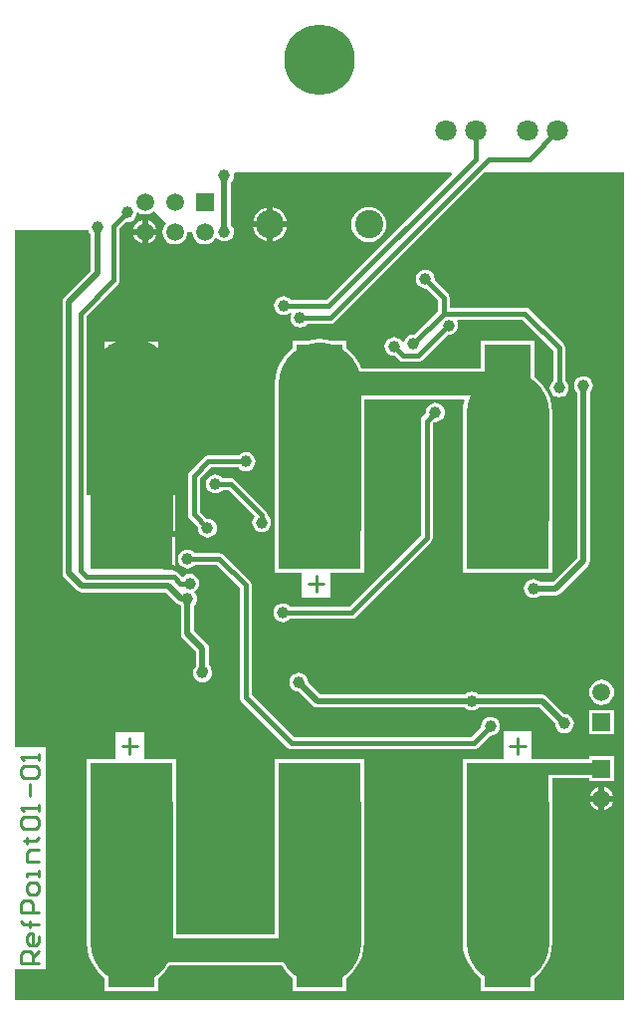
<source format=gtl>
G04 Layer_Physical_Order=1*
G04 Layer_Color=255*
%FSLAX43Y43*%
%MOMM*%
G71*
G01*
G75*
%ADD10R,4.000X6.000*%
%ADD11R,7.000X6.000*%
%ADD12C,0.500*%
%ADD13C,0.400*%
%ADD14C,1.000*%
%ADD15C,7.000*%
%ADD16C,2.000*%
%ADD17C,0.250*%
%ADD18C,0.254*%
%ADD19C,1.500*%
%ADD20R,1.500X1.500*%
%ADD21R,1.500X1.500*%
%ADD22C,2.400*%
%ADD23C,1.800*%
%ADD24C,1.000*%
%ADD25C,6.000*%
G36*
X51881Y119D02*
X119D01*
Y2696D01*
X2704D01*
Y21578D01*
X119D01*
Y65500D01*
X6358D01*
X6401Y65397D01*
X6529Y65229D01*
X6539Y65222D01*
Y62082D01*
X4303Y59847D01*
X4182Y59665D01*
X4139Y59450D01*
Y36400D01*
X4182Y36185D01*
X4303Y36003D01*
X5403Y34903D01*
X5585Y34782D01*
X5800Y34739D01*
X12920D01*
X13856Y33803D01*
X14038Y33682D01*
X14189Y33652D01*
X14207Y33629D01*
X14216Y33622D01*
Y31223D01*
X14259Y31008D01*
X14381Y30826D01*
X15489Y29718D01*
Y28478D01*
X15479Y28471D01*
X15351Y28303D01*
X15271Y28109D01*
X15243Y27900D01*
X15271Y27691D01*
X15351Y27497D01*
X15479Y27329D01*
X15647Y27201D01*
X15841Y27121D01*
X16050Y27093D01*
X16259Y27121D01*
X16453Y27201D01*
X16621Y27329D01*
X16749Y27497D01*
X16829Y27691D01*
X16857Y27900D01*
X16829Y28109D01*
X16790Y28204D01*
X16768Y28315D01*
X16647Y28497D01*
X16611Y28532D01*
Y29950D01*
X16568Y30165D01*
X16447Y30347D01*
X15338Y31455D01*
Y33622D01*
X15348Y33629D01*
X15476Y33797D01*
X15557Y33991D01*
X15584Y34200D01*
X15557Y34409D01*
X15476Y34603D01*
X15414Y34684D01*
X15370Y34792D01*
X15435Y34854D01*
X15533Y34929D01*
X15662Y35097D01*
X15742Y35291D01*
X15770Y35500D01*
X15742Y35709D01*
X15662Y35903D01*
X15533Y36071D01*
X15366Y36199D01*
X15172Y36279D01*
X14963Y36307D01*
X14754Y36279D01*
X14559Y36199D01*
X14392Y36071D01*
X14333Y36067D01*
X13988Y36412D01*
X13822Y36523D01*
X13754Y36537D01*
Y39490D01*
X10000D01*
Y39740D01*
X9750D01*
Y42994D01*
X6246D01*
X6160Y43085D01*
Y58239D01*
X8860Y60940D01*
X8971Y61105D01*
X9010Y61300D01*
Y65664D01*
X9568Y66222D01*
X9644Y66212D01*
X9853Y66239D01*
X10047Y66320D01*
X10215Y66448D01*
X10343Y66615D01*
X10423Y66810D01*
X10445Y66974D01*
X10566Y67041D01*
X10630Y66992D01*
X10886Y66886D01*
X11160Y66850D01*
X11434Y66886D01*
X11690Y66992D01*
X11909Y67160D01*
X12951Y66118D01*
X12783Y65898D01*
X12677Y65643D01*
X12641Y65369D01*
X12677Y65095D01*
X12783Y64839D01*
X12951Y64620D01*
X13170Y64452D01*
X13426Y64346D01*
X13700Y64310D01*
X13974Y64346D01*
X14230Y64452D01*
X14449Y64620D01*
X14617Y64839D01*
X14723Y65095D01*
X14759Y65369D01*
X15181D01*
X15217Y65095D01*
X15323Y64839D01*
X15491Y64620D01*
X15710Y64452D01*
X15966Y64346D01*
X16240Y64310D01*
X16514Y64346D01*
X16770Y64452D01*
X16989Y64620D01*
X17148Y64827D01*
X17219Y64849D01*
X17284Y64858D01*
X17329Y64798D01*
X17497Y64670D01*
X17691Y64589D01*
X17900Y64562D01*
X18109Y64589D01*
X18303Y64670D01*
X18471Y64798D01*
X18599Y64965D01*
X18679Y65160D01*
X18707Y65369D01*
X18679Y65578D01*
X18599Y65772D01*
X18471Y65939D01*
X18461Y65947D01*
Y69581D01*
X18471Y69588D01*
X18599Y69755D01*
X18679Y69950D01*
X18707Y70159D01*
X18692Y70273D01*
X18796Y70400D01*
X37213D01*
X37262Y70283D01*
X26589Y59610D01*
X23567D01*
X23521Y59671D01*
X23353Y59799D01*
X23159Y59879D01*
X22950Y59907D01*
X22741Y59879D01*
X22547Y59799D01*
X22379Y59671D01*
X22251Y59503D01*
X22171Y59309D01*
X22143Y59100D01*
X22171Y58891D01*
X22251Y58697D01*
X22379Y58529D01*
X22547Y58401D01*
X22741Y58321D01*
X22950Y58293D01*
X23159Y58321D01*
X23353Y58401D01*
X23504Y58517D01*
X23545Y58517D01*
X23586Y58471D01*
X23617Y58375D01*
X23571Y58263D01*
X23543Y58054D01*
X23571Y57845D01*
X23651Y57651D01*
X23779Y57483D01*
X23947Y57355D01*
X24141Y57275D01*
X24350Y57247D01*
X24559Y57275D01*
X24753Y57355D01*
X24921Y57483D01*
X24967Y57544D01*
X26919D01*
X27114Y57583D01*
X27279Y57694D01*
X39986Y70400D01*
X51881D01*
Y119D01*
D02*
G37*
%LPC*%
G36*
X48450Y53107D02*
X48241Y53079D01*
X48047Y52999D01*
X47879Y52871D01*
X47751Y52703D01*
X47671Y52509D01*
X47643Y52300D01*
X47671Y52091D01*
X47751Y51897D01*
X47879Y51729D01*
X47889Y51722D01*
Y37632D01*
X45868Y35611D01*
X44778D01*
X44771Y35621D01*
X44603Y35749D01*
X44409Y35829D01*
X44200Y35857D01*
X43991Y35829D01*
X43797Y35749D01*
X43629Y35621D01*
X43501Y35453D01*
X43421Y35259D01*
X43393Y35050D01*
X43421Y34841D01*
X43501Y34647D01*
X43629Y34479D01*
X43797Y34351D01*
X43991Y34271D01*
X44200Y34243D01*
X44409Y34271D01*
X44603Y34351D01*
X44771Y34479D01*
X44778Y34489D01*
X46100D01*
X46315Y34532D01*
X46497Y34653D01*
X48847Y37003D01*
X48968Y37185D01*
X49011Y37400D01*
Y51722D01*
X49021Y51729D01*
X49149Y51897D01*
X49229Y52091D01*
X49257Y52300D01*
X49229Y52509D01*
X49149Y52703D01*
X49021Y52871D01*
X48853Y52999D01*
X48659Y53079D01*
X48450Y53107D01*
D02*
G37*
G36*
X50000Y27299D02*
X49726Y27263D01*
X49470Y27157D01*
X49251Y26989D01*
X49083Y26770D01*
X48977Y26514D01*
X48941Y26240D01*
X48977Y25966D01*
X49083Y25710D01*
X49251Y25491D01*
X49470Y25323D01*
X49726Y25217D01*
X50000Y25181D01*
X50274Y25217D01*
X50530Y25323D01*
X50749Y25491D01*
X50917Y25710D01*
X51023Y25966D01*
X51059Y26240D01*
X51023Y26514D01*
X50917Y26770D01*
X50749Y26989D01*
X50530Y27157D01*
X50274Y27263D01*
X50000Y27299D01*
D02*
G37*
G36*
X24227Y27907D02*
X24018Y27879D01*
X23824Y27799D01*
X23657Y27671D01*
X23528Y27503D01*
X23448Y27309D01*
X23420Y27100D01*
X23448Y26891D01*
X23528Y26697D01*
X23657Y26529D01*
X23824Y26401D01*
X24018Y26321D01*
X24227Y26293D01*
X24239Y26295D01*
X25431Y25103D01*
X25613Y24982D01*
X25827Y24939D01*
X38372D01*
X38379Y24929D01*
X38547Y24801D01*
X38741Y24721D01*
X38950Y24693D01*
X39159Y24721D01*
X39353Y24801D01*
X39521Y24929D01*
X39528Y24939D01*
X44708D01*
X46045Y23602D01*
X46043Y23590D01*
X46071Y23381D01*
X46151Y23187D01*
X46279Y23019D01*
X46447Y22891D01*
X46641Y22811D01*
X46850Y22783D01*
X47059Y22811D01*
X47253Y22891D01*
X47421Y23019D01*
X47549Y23187D01*
X47629Y23381D01*
X47657Y23590D01*
X47629Y23799D01*
X47549Y23993D01*
X47421Y24161D01*
X47253Y24289D01*
X47059Y24369D01*
X46850Y24397D01*
X46838Y24395D01*
X45337Y25897D01*
X45155Y26018D01*
X44940Y26061D01*
X39528D01*
X39521Y26071D01*
X39353Y26199D01*
X39159Y26279D01*
X38950Y26307D01*
X38741Y26279D01*
X38547Y26199D01*
X38379Y26071D01*
X38372Y26061D01*
X26059D01*
X25032Y27088D01*
X25034Y27100D01*
X25007Y27309D01*
X24926Y27503D01*
X24798Y27671D01*
X24631Y27799D01*
X24436Y27879D01*
X24227Y27907D01*
D02*
G37*
G36*
X10250Y42994D02*
Y39990D01*
X13754D01*
Y42994D01*
X10250D01*
D02*
G37*
G36*
X19750Y46657D02*
X19541Y46629D01*
X19347Y46549D01*
X19179Y46421D01*
X19133Y46360D01*
X16550D01*
X16355Y46321D01*
X16190Y46210D01*
X14940Y44960D01*
X14829Y44795D01*
X14790Y44600D01*
Y41378D01*
X14829Y41183D01*
X14940Y41018D01*
X15680Y40277D01*
X15670Y40201D01*
X15698Y39992D01*
X15778Y39798D01*
X15907Y39631D01*
X16074Y39502D01*
X16268Y39422D01*
X16477Y39394D01*
X16686Y39422D01*
X16881Y39502D01*
X17048Y39631D01*
X17176Y39798D01*
X17257Y39992D01*
X17284Y40201D01*
X17257Y40410D01*
X17176Y40605D01*
X17048Y40772D01*
X16881Y40900D01*
X16686Y40981D01*
X16477Y41008D01*
X16401Y40998D01*
X15810Y41590D01*
Y44389D01*
X16761Y45340D01*
X19133D01*
X19179Y45279D01*
X19347Y45151D01*
X19541Y45071D01*
X19750Y45043D01*
X19959Y45071D01*
X20153Y45151D01*
X20321Y45279D01*
X20449Y45447D01*
X20529Y45641D01*
X20557Y45850D01*
X20529Y46059D01*
X20449Y46253D01*
X20321Y46421D01*
X20153Y46549D01*
X19959Y46629D01*
X19750Y46657D01*
D02*
G37*
G36*
X26000Y56262D02*
X25404Y56215D01*
X25009Y56120D01*
X23700D01*
Y55483D01*
X23305Y55145D01*
X22916Y54690D01*
X22604Y54181D01*
X22375Y53628D01*
X22235Y53046D01*
X22188Y52450D01*
Y40400D01*
X22200Y40251D01*
Y36440D01*
X24499D01*
Y34283D01*
X26932D01*
Y36440D01*
X29800D01*
Y40251D01*
X29812Y40400D01*
Y51139D01*
X38263D01*
X38341Y51039D01*
X38235Y50596D01*
X38188Y50000D01*
Y41220D01*
X38200Y41071D01*
Y36440D01*
X45800D01*
Y41071D01*
X45812Y41220D01*
Y50000D01*
X45765Y50596D01*
X45625Y51178D01*
X45396Y51730D01*
X45084Y52240D01*
X44695Y52695D01*
X44300Y53033D01*
Y56120D01*
X39700D01*
Y53761D01*
X29570D01*
X29396Y54181D01*
X29084Y54690D01*
X28695Y55145D01*
X28300Y55483D01*
Y56120D01*
X26991D01*
X26596Y56215D01*
X26000Y56262D01*
D02*
G37*
G36*
X17150Y44757D02*
X16941Y44729D01*
X16747Y44649D01*
X16579Y44521D01*
X16451Y44353D01*
X16371Y44159D01*
X16343Y43950D01*
X16371Y43741D01*
X16451Y43547D01*
X16579Y43379D01*
X16747Y43251D01*
X16941Y43171D01*
X17150Y43143D01*
X17359Y43171D01*
X17553Y43251D01*
X17721Y43379D01*
X17767Y43440D01*
X18239D01*
X20478Y41201D01*
X20378Y41072D01*
X20298Y40878D01*
X20270Y40669D01*
X20298Y40460D01*
X20378Y40265D01*
X20507Y40098D01*
X20674Y39970D01*
X20868Y39889D01*
X21077Y39862D01*
X21286Y39889D01*
X21481Y39970D01*
X21648Y40098D01*
X21776Y40265D01*
X21857Y40460D01*
X21884Y40669D01*
X21857Y40878D01*
X21776Y41072D01*
X21648Y41239D01*
X21587Y41286D01*
Y41323D01*
X21548Y41518D01*
X21438Y41683D01*
X18810Y44310D01*
X18645Y44421D01*
X18450Y44460D01*
X17767D01*
X17721Y44521D01*
X17553Y44649D01*
X17359Y44729D01*
X17150Y44757D01*
D02*
G37*
G36*
X50980Y16960D02*
X50250D01*
Y16230D01*
X50262Y16232D01*
X50506Y16333D01*
X50716Y16494D01*
X50877Y16704D01*
X50978Y16948D01*
X50980Y16960D01*
D02*
G37*
G36*
X49750Y18190D02*
X49738Y18188D01*
X49494Y18087D01*
X49284Y17926D01*
X49123Y17716D01*
X49022Y17472D01*
X49020Y17460D01*
X49750D01*
Y18190D01*
D02*
G37*
G36*
X11083Y22866D02*
X8650D01*
Y20560D01*
X6200D01*
Y16749D01*
X6188Y16600D01*
Y5000D01*
X6235Y4404D01*
X6375Y3822D01*
X6604Y3270D01*
X6916Y2760D01*
X7305Y2305D01*
X7700Y1967D01*
Y880D01*
X12300D01*
Y1967D01*
X12695Y2305D01*
X13084Y2760D01*
X13251Y3032D01*
X22749D01*
X22916Y2760D01*
X23305Y2305D01*
X23700Y1967D01*
Y880D01*
X28300D01*
Y1967D01*
X28695Y2305D01*
X29084Y2760D01*
X29396Y3270D01*
X29625Y3822D01*
X29765Y4404D01*
X29812Y5000D01*
Y16600D01*
X29800Y16749D01*
Y20560D01*
X22200D01*
Y16749D01*
X22188Y16600D01*
Y5654D01*
X13812D01*
Y16600D01*
X13800Y16749D01*
Y20560D01*
X11083D01*
Y22866D01*
D02*
G37*
G36*
X49750Y16960D02*
X49020D01*
X49022Y16948D01*
X49123Y16704D01*
X49284Y16494D01*
X49494Y16333D01*
X49738Y16232D01*
X49750Y16230D01*
Y16960D01*
D02*
G37*
G36*
X14777Y38382D02*
X14568Y38354D01*
X14374Y38274D01*
X14207Y38146D01*
X14078Y37978D01*
X13998Y37784D01*
X13970Y37575D01*
X13998Y37366D01*
X14078Y37172D01*
X14207Y37004D01*
X14374Y36876D01*
X14568Y36796D01*
X14777Y36768D01*
X14986Y36796D01*
X15181Y36876D01*
X15348Y37004D01*
X15394Y37065D01*
X17270D01*
X19190Y35145D01*
Y25823D01*
X19229Y25628D01*
X19340Y25462D01*
X23262Y21540D01*
X23428Y21429D01*
X23623Y21390D01*
X39100D01*
X39295Y21429D01*
X39460Y21540D01*
X40474Y22553D01*
X40550Y22543D01*
X40759Y22571D01*
X40953Y22651D01*
X41121Y22779D01*
X41249Y22947D01*
X41329Y23141D01*
X41357Y23350D01*
X41329Y23559D01*
X41249Y23753D01*
X41121Y23921D01*
X40953Y24049D01*
X40759Y24129D01*
X40550Y24157D01*
X40341Y24129D01*
X40147Y24049D01*
X39979Y23921D01*
X39851Y23753D01*
X39771Y23559D01*
X39743Y23350D01*
X39753Y23274D01*
X38889Y22410D01*
X23834D01*
X20210Y26034D01*
Y35356D01*
X20171Y35551D01*
X20060Y35717D01*
X17842Y37935D01*
X17676Y38046D01*
X17481Y38085D01*
X15394D01*
X15348Y38146D01*
X15181Y38274D01*
X14986Y38354D01*
X14777Y38382D01*
D02*
G37*
G36*
X51050Y24750D02*
X48950D01*
Y22650D01*
X51050D01*
Y24750D01*
D02*
G37*
G36*
X50250Y18190D02*
Y17460D01*
X50980D01*
X50978Y17472D01*
X50877Y17716D01*
X50716Y17926D01*
X50506Y18087D01*
X50262Y18188D01*
X50250Y18190D01*
D02*
G37*
G36*
X44063Y22916D02*
X41630D01*
Y20560D01*
X38200D01*
Y16749D01*
X38188Y16600D01*
Y5000D01*
X38235Y4404D01*
X38375Y3822D01*
X38604Y3270D01*
X38916Y2760D01*
X39305Y2305D01*
X39700Y1967D01*
Y880D01*
X44300D01*
Y1967D01*
X44695Y2305D01*
X45084Y2760D01*
X45396Y3270D01*
X45625Y3822D01*
X45765Y4404D01*
X45812Y5000D01*
Y16600D01*
X45800Y16749D01*
Y18943D01*
X48650D01*
X48690Y18948D01*
X48730Y18943D01*
X48950D01*
Y18700D01*
X51050D01*
Y20800D01*
X48950D01*
Y20557D01*
X48730D01*
X48690Y20552D01*
X48650Y20557D01*
X45800D01*
Y20560D01*
X44063D01*
Y22916D01*
D02*
G37*
G36*
X23234Y65750D02*
X22050D01*
Y64566D01*
X22180Y64583D01*
X22533Y64730D01*
X22837Y64963D01*
X23070Y65267D01*
X23217Y65620D01*
X23234Y65750D01*
D02*
G37*
G36*
X21550D02*
X20366D01*
X20383Y65620D01*
X20530Y65267D01*
X20763Y64963D01*
X21067Y64730D01*
X21420Y64583D01*
X21550Y64566D01*
Y65750D01*
D02*
G37*
G36*
X30200Y67507D02*
X29906Y67478D01*
X29623Y67393D01*
X29363Y67253D01*
X29134Y67066D01*
X28947Y66837D01*
X28807Y66577D01*
X28722Y66294D01*
X28693Y66000D01*
X28722Y65706D01*
X28807Y65423D01*
X28947Y65163D01*
X29134Y64934D01*
X29363Y64747D01*
X29623Y64607D01*
X29906Y64522D01*
X30200Y64493D01*
X30494Y64522D01*
X30777Y64607D01*
X31037Y64747D01*
X31266Y64934D01*
X31453Y65163D01*
X31593Y65423D01*
X31678Y65706D01*
X31707Y66000D01*
X31678Y66294D01*
X31593Y66577D01*
X31453Y66837D01*
X31266Y67066D01*
X31037Y67253D01*
X30777Y67393D01*
X30494Y67478D01*
X30200Y67507D01*
D02*
G37*
G36*
X10910Y66349D02*
X10898Y66347D01*
X10654Y66246D01*
X10444Y66085D01*
X10283Y65875D01*
X10182Y65631D01*
X10180Y65619D01*
X10910D01*
Y66349D01*
D02*
G37*
G36*
X22050Y67434D02*
Y66250D01*
X23234D01*
X23217Y66380D01*
X23070Y66733D01*
X22837Y67037D01*
X22533Y67270D01*
X22180Y67417D01*
X22050Y67434D01*
D02*
G37*
G36*
X21550D02*
X21420Y67417D01*
X21067Y67270D01*
X20763Y67037D01*
X20530Y66733D01*
X20383Y66380D01*
X20366Y66250D01*
X21550D01*
Y67434D01*
D02*
G37*
G36*
X11410Y66349D02*
Y65619D01*
X12140D01*
X12138Y65631D01*
X12037Y65875D01*
X11876Y66085D01*
X11666Y66246D01*
X11422Y66347D01*
X11410Y66349D01*
D02*
G37*
G36*
X12140Y65119D02*
X11410D01*
Y64389D01*
X11422Y64391D01*
X11666Y64492D01*
X11876Y64653D01*
X12037Y64863D01*
X12138Y65107D01*
X12140Y65119D01*
D02*
G37*
G36*
X12254Y52570D02*
X10250D01*
Y49566D01*
X12254D01*
Y52570D01*
D02*
G37*
G36*
X9750D02*
X7746D01*
Y49566D01*
X9750D01*
Y52570D01*
D02*
G37*
G36*
X35854Y50839D02*
X35645Y50812D01*
X35451Y50731D01*
X35283Y50603D01*
X35155Y50436D01*
X35075Y50241D01*
X35047Y50032D01*
X35057Y49956D01*
X34765Y49664D01*
X34654Y49498D01*
X34615Y49303D01*
Y39586D01*
X28539Y33510D01*
X23494D01*
X23448Y33571D01*
X23281Y33699D01*
X23086Y33779D01*
X22877Y33807D01*
X22668Y33779D01*
X22474Y33699D01*
X22307Y33571D01*
X22178Y33403D01*
X22098Y33209D01*
X22070Y33000D01*
X22098Y32791D01*
X22178Y32597D01*
X22307Y32429D01*
X22474Y32301D01*
X22668Y32221D01*
X22877Y32193D01*
X23086Y32221D01*
X23281Y32301D01*
X23448Y32429D01*
X23494Y32490D01*
X28750D01*
X28945Y32529D01*
X29110Y32640D01*
X35485Y39015D01*
X35596Y39180D01*
X35635Y39375D01*
Y49092D01*
X35778Y49235D01*
X35854Y49225D01*
X36063Y49253D01*
X36258Y49334D01*
X36425Y49462D01*
X36553Y49629D01*
X36633Y49823D01*
X36661Y50032D01*
X36633Y50241D01*
X36553Y50436D01*
X36425Y50603D01*
X36258Y50731D01*
X36063Y50812D01*
X35854Y50839D01*
D02*
G37*
G36*
X35000Y62170D02*
X34791Y62142D01*
X34597Y62062D01*
X34429Y61933D01*
X34301Y61766D01*
X34221Y61572D01*
X34193Y61363D01*
X34221Y61154D01*
X34301Y60959D01*
X34429Y60792D01*
X34597Y60664D01*
X34791Y60583D01*
X35000Y60556D01*
X35076Y60566D01*
X36045Y59597D01*
Y58648D01*
X34026Y56629D01*
X33950Y56639D01*
X33741Y56611D01*
X33547Y56530D01*
X33379Y56402D01*
X33251Y56235D01*
X33177Y56057D01*
X33110Y56039D01*
X33043Y56043D01*
X32921Y56202D01*
X32753Y56330D01*
X32559Y56411D01*
X32350Y56439D01*
X32141Y56411D01*
X31947Y56330D01*
X31779Y56202D01*
X31651Y56035D01*
X31571Y55841D01*
X31543Y55632D01*
X31571Y55423D01*
X31651Y55228D01*
X31779Y55061D01*
X31947Y54933D01*
X32141Y54852D01*
X32350Y54825D01*
X32426Y54835D01*
X32790Y54471D01*
X32955Y54361D01*
X33150Y54322D01*
X34364D01*
X34559Y54361D01*
X34725Y54471D01*
X36887Y56634D01*
X36975Y56622D01*
X37184Y56650D01*
X37378Y56730D01*
X37546Y56858D01*
X37674Y57026D01*
X37754Y57220D01*
X37782Y57429D01*
X37754Y57638D01*
X37687Y57800D01*
X37746Y57927D01*
X43269D01*
X45890Y55305D01*
Y52742D01*
X45829Y52695D01*
X45701Y52528D01*
X45621Y52333D01*
X45593Y52125D01*
X45621Y51916D01*
X45701Y51721D01*
X45829Y51554D01*
X45997Y51426D01*
X46191Y51345D01*
X46400Y51318D01*
X46609Y51345D01*
X46803Y51426D01*
X46971Y51554D01*
X47099Y51721D01*
X47179Y51916D01*
X47207Y52125D01*
X47179Y52333D01*
X47099Y52528D01*
X46971Y52695D01*
X46910Y52742D01*
Y55516D01*
X46871Y55711D01*
X46760Y55877D01*
X43840Y58797D01*
X43675Y58907D01*
X43480Y58946D01*
X37065D01*
Y59808D01*
X37026Y60003D01*
X36915Y60169D01*
X35797Y61287D01*
X35807Y61363D01*
X35779Y61572D01*
X35699Y61766D01*
X35571Y61933D01*
X35403Y62062D01*
X35209Y62142D01*
X35000Y62170D01*
D02*
G37*
G36*
X10910Y65119D02*
X10180D01*
X10182Y65107D01*
X10283Y64863D01*
X10444Y64653D01*
X10654Y64492D01*
X10898Y64391D01*
X10910Y64389D01*
Y65119D01*
D02*
G37*
G36*
X12254Y56074D02*
X10250D01*
Y53070D01*
X12254D01*
Y56074D01*
D02*
G37*
G36*
X9750D02*
X7746D01*
Y53070D01*
X9750D01*
Y56074D01*
D02*
G37*
%LPD*%
D10*
X10000Y4180D02*
D03*
Y52820D02*
D03*
X26000D02*
D03*
Y4180D02*
D03*
X42000D02*
D03*
Y52820D02*
D03*
D11*
X10000Y17260D02*
D03*
Y39740D02*
D03*
X26000D02*
D03*
Y17260D02*
D03*
X42000D02*
D03*
Y39740D02*
D03*
D12*
X17900Y65369D02*
Y70159D01*
X14252Y34200D02*
X14777D01*
X13152Y35300D02*
X14252Y34200D01*
X5800Y35300D02*
X13152D01*
X4700Y59450D02*
X7100Y61850D01*
X4700Y36400D02*
Y59450D01*
Y36400D02*
X5800Y35300D01*
X7100Y61850D02*
Y65800D01*
X24227Y27100D02*
X25827Y25500D01*
X14777Y31223D02*
X16050Y29950D01*
Y28300D02*
Y29950D01*
Y28300D02*
X16250Y28100D01*
X14777Y31223D02*
Y34200D01*
X25827Y25500D02*
X38950D01*
X46100Y35050D02*
X48450Y37400D01*
X44200Y35050D02*
X46100D01*
X44940Y25500D02*
X46850Y23590D01*
X38950Y25500D02*
X44940D01*
X48450Y37400D02*
Y52300D01*
D13*
X26800Y59100D02*
X39270Y71570D01*
X22950Y59100D02*
X26800D01*
X26919Y58054D02*
X40435Y71570D01*
X24350Y58054D02*
X26919D01*
X14179Y35500D02*
X14963D01*
X13627Y36052D02*
X14179Y35500D01*
X6198Y36052D02*
X13627D01*
X5650Y36600D02*
Y58450D01*
Y36600D02*
X6198Y36052D01*
X5650Y58450D02*
X8500Y61300D01*
X21077Y40669D02*
Y41323D01*
X18450Y43950D02*
X21077Y41323D01*
X17150Y43950D02*
X18450D01*
X15300Y44600D02*
X16550Y45850D01*
X19750D01*
X15300Y41378D02*
Y44600D01*
X28750Y33000D02*
X35125Y39375D01*
X35000Y61363D02*
X36555Y59808D01*
Y58436D02*
Y59808D01*
X43840Y71570D02*
X46270Y74000D01*
X40435Y71570D02*
X43840D01*
X39270D02*
Y74000D01*
X8500Y65875D02*
X9644Y67019D01*
X8500Y61300D02*
Y65875D01*
X19700Y25823D02*
X23623Y21900D01*
X22877Y33000D02*
X28750D01*
X13654Y36796D02*
X14123D01*
X13500Y36950D02*
X13654Y36796D01*
X12790Y36950D02*
X13500D01*
X10000Y39740D02*
X12790Y36950D01*
X17481Y37575D02*
X19700Y35356D01*
Y25823D02*
Y35356D01*
X15300Y41378D02*
X16477Y40201D01*
X14861Y35602D02*
X14963Y35500D01*
X14777Y37575D02*
X17481D01*
X39100Y21900D02*
X40550Y23350D01*
X23623Y21900D02*
X39100D01*
X34364Y54832D02*
X36962Y57429D01*
X32350Y55632D02*
X33150Y54832D01*
X34364D01*
X36962Y57429D02*
X36975D01*
X33950Y55832D02*
X36555Y58436D01*
X35125Y39375D02*
Y49303D01*
X35854Y50032D01*
X36555Y58436D02*
X43480D01*
X46400Y55516D01*
Y52125D02*
Y55516D01*
D14*
X48730Y19750D02*
X50000Y19750D01*
X42000Y16900D02*
X44850Y19750D01*
X48650D01*
D15*
X26000Y5000D02*
Y16600D01*
X10000Y5000D02*
Y16600D01*
X42000Y5000D02*
Y16600D01*
X10000Y40400D02*
Y52820D01*
X26000Y40400D02*
Y52450D01*
X42000Y41220D02*
Y50000D01*
D16*
X10150Y4343D02*
X26150D01*
X26000Y52450D02*
X40200D01*
D17*
X42180Y21700D02*
X43513D01*
X42846Y22366D02*
Y21033D01*
X9200Y21650D02*
X10533D01*
X9866Y22316D02*
Y20983D01*
X25049Y35500D02*
X26382D01*
X25715Y36166D02*
Y34833D01*
D18*
X2150Y3250D02*
X626D01*
Y4012D01*
X880Y4266D01*
X1388D01*
X1642Y4012D01*
Y3250D01*
Y3758D02*
X2150Y4266D01*
Y5535D02*
Y5027D01*
X1896Y4774D01*
X1388D01*
X1134Y5027D01*
Y5535D01*
X1388Y5789D01*
X1642D01*
Y4774D01*
X2150Y6551D02*
X880D01*
X1388D01*
Y6297D01*
Y6805D01*
Y6551D01*
X880D01*
X626Y6805D01*
X2150Y7567D02*
X626D01*
Y8328D01*
X880Y8582D01*
X1388D01*
X1642Y8328D01*
Y7567D01*
X2150Y9344D02*
Y9852D01*
X1896Y10106D01*
X1388D01*
X1134Y9852D01*
Y9344D01*
X1388Y9090D01*
X1896D01*
X2150Y9344D01*
Y10614D02*
Y11121D01*
Y10868D01*
X1134D01*
Y10614D01*
X2150Y11883D02*
X1134D01*
Y12645D01*
X1388Y12899D01*
X2150D01*
X880Y13661D02*
X1134D01*
Y13407D01*
Y13915D01*
Y13661D01*
X1896D01*
X2150Y13915D01*
X880Y14676D02*
X626Y14930D01*
Y15438D01*
X880Y15692D01*
X1896D01*
X2150Y15438D01*
Y14930D01*
X1896Y14676D01*
X880D01*
X2150Y16200D02*
Y16708D01*
Y16454D01*
X626D01*
X880Y16200D01*
X1388Y17469D02*
Y18485D01*
X880Y18993D02*
X626Y19247D01*
Y19755D01*
X880Y20009D01*
X1896D01*
X2150Y19755D01*
Y19247D01*
X1896Y18993D01*
X880D01*
X2150Y20516D02*
Y21024D01*
Y20770D01*
X626D01*
X880Y20516D01*
D19*
X11160Y65369D02*
D03*
Y67909D02*
D03*
X13700Y65369D02*
D03*
Y67909D02*
D03*
X16240Y65369D02*
D03*
X50000Y26240D02*
D03*
Y17210D02*
D03*
D20*
X16240Y67909D02*
D03*
D21*
X50000Y23700D02*
D03*
Y19750D02*
D03*
D22*
X21800Y66000D02*
D03*
X30200D02*
D03*
D23*
X39270Y74000D02*
D03*
X36730D02*
D03*
X46270D02*
D03*
X43730D02*
D03*
D24*
X17900Y70159D02*
D03*
Y65369D02*
D03*
X9950Y64200D02*
D03*
X24350Y58054D02*
D03*
X22950Y59100D02*
D03*
X19750Y45850D02*
D03*
X17150Y43950D02*
D03*
X900Y51150D02*
D03*
X1800Y33250D02*
D03*
X22877Y33000D02*
D03*
X16050Y27900D02*
D03*
X12300Y34150D02*
D03*
X14777Y37575D02*
D03*
X16477Y40201D02*
D03*
X21077Y40669D02*
D03*
X14963Y35500D02*
D03*
X7100Y65800D02*
D03*
X35000Y61363D02*
D03*
X33750Y49850D02*
D03*
X40550Y23350D02*
D03*
X29900Y56900D02*
D03*
X9644Y67019D02*
D03*
X46850Y23590D02*
D03*
X33525Y39740D02*
D03*
X23550Y61474D02*
D03*
X39450Y68689D02*
D03*
X50774Y55200D02*
D03*
X34364Y68700D02*
D03*
X48600Y59554D02*
D03*
X50050Y38511D02*
D03*
X1250Y64529D02*
D03*
X17727Y41700D02*
D03*
X50770Y52008D02*
D03*
X1800Y22750D02*
D03*
X34000Y20400D02*
D03*
X49750Y68500D02*
D03*
X1500Y1500D02*
D03*
X33850D02*
D03*
X17900D02*
D03*
X50200Y1550D02*
D03*
X17941Y22450D02*
D03*
X10146Y32529D02*
D03*
X24227Y27100D02*
D03*
X43500Y31010D02*
D03*
X41700Y30925D02*
D03*
X38950Y29260D02*
D03*
X48730Y19750D02*
D03*
X34250Y36650D02*
D03*
X38950Y25500D02*
D03*
X33950Y55832D02*
D03*
X36975Y57429D02*
D03*
X32350Y55632D02*
D03*
X44200Y35050D02*
D03*
X14777Y34200D02*
D03*
X46400Y52125D02*
D03*
X35854Y50032D02*
D03*
X48450Y52300D02*
D03*
D25*
X26000Y80000D02*
D03*
M02*

</source>
